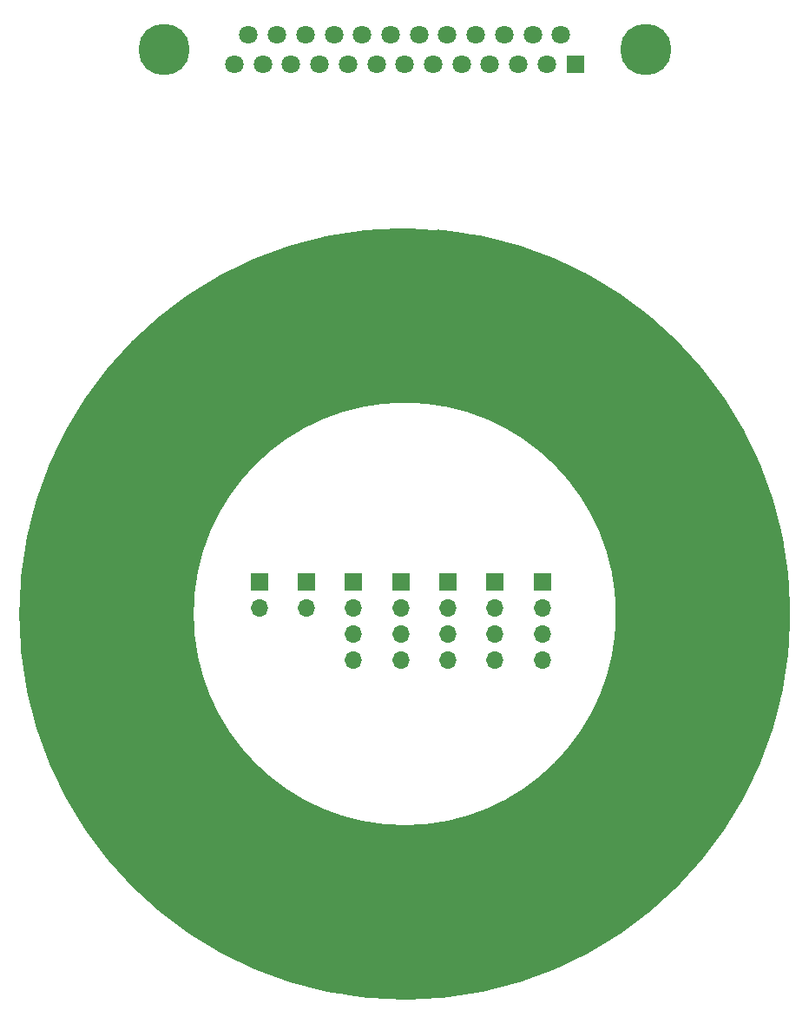
<source format=gbr>
%TF.GenerationSoftware,KiCad,Pcbnew,7.0.2*%
%TF.CreationDate,2023-11-03T12:40:05-06:00*%
%TF.ProjectId,KF40_DB25_Pinheader,4b463430-5f44-4423-9235-5f50696e6865,rev?*%
%TF.SameCoordinates,Original*%
%TF.FileFunction,Soldermask,Top*%
%TF.FilePolarity,Negative*%
%FSLAX46Y46*%
G04 Gerber Fmt 4.6, Leading zero omitted, Abs format (unit mm)*
G04 Created by KiCad (PCBNEW 7.0.2) date 2023-11-03 12:40:05*
%MOMM*%
%LPD*%
G01*
G04 APERTURE LIST*
%ADD10C,17.000000*%
%ADD11C,10.000000*%
%ADD12C,5.000000*%
%ADD13C,1.800000*%
%ADD14R,1.800000X1.800000*%
%ADD15O,1.700000X1.700000*%
%ADD16R,1.700000X1.700000*%
G04 APERTURE END LIST*
D10*
X29100000Y0D02*
G75*
G03*
X29100000Y0I-29100000J0D01*
G01*
D11*
%TO.C,H2*%
X26846788Y-15500000D03*
%TD*%
D12*
%TO.C,J1*%
X-23520000Y55000000D03*
X23520000Y55000000D03*
D13*
X-15235000Y56420000D03*
X-12465000Y56420000D03*
X-9695000Y56420000D03*
X-6925000Y56420000D03*
X-4155000Y56420000D03*
X-1385000Y56420000D03*
X1385000Y56420000D03*
X4155000Y56420000D03*
X6925000Y56420000D03*
X9695000Y56420000D03*
X12465000Y56420000D03*
X15235000Y56420000D03*
X-16620000Y53580000D03*
X-13850000Y53580000D03*
X-11080000Y53580000D03*
X-8310000Y53580000D03*
X-5540000Y53580000D03*
X-2770000Y53580000D03*
X0Y53580000D03*
X2770000Y53580000D03*
X5540000Y53580000D03*
X8310000Y53580000D03*
X11080000Y53580000D03*
X13850000Y53580000D03*
D14*
X16620000Y53580000D03*
%TD*%
D11*
%TO.C,H6*%
X-26846788Y15500000D03*
%TD*%
%TO.C,H4*%
X-26846788Y-15500000D03*
%TD*%
%TO.C,H1*%
X26846788Y15500000D03*
%TD*%
%TO.C,H5*%
X0Y31000000D03*
%TD*%
%TO.C,H3*%
X0Y-31000000D03*
%TD*%
D15*
%TO.C,J6*%
X-5000000Y-4480000D03*
X-5000000Y-1940000D03*
X-5000000Y600000D03*
D16*
X-5000000Y3140000D03*
%TD*%
D15*
%TO.C,J7*%
X-9600000Y600000D03*
D16*
X-9600000Y3140000D03*
%TD*%
D15*
%TO.C,J5*%
X-400000Y-4480000D03*
X-400000Y-1940000D03*
X-400000Y600000D03*
D16*
X-400000Y3140000D03*
%TD*%
D15*
%TO.C,J8*%
X-14200000Y600000D03*
D16*
X-14200000Y3140000D03*
%TD*%
D15*
%TO.C,J3*%
X8800000Y-4480000D03*
X8800000Y-1940000D03*
X8800000Y600000D03*
D16*
X8800000Y3140000D03*
%TD*%
D15*
%TO.C,J2*%
X13400000Y-4480000D03*
X13400000Y-1940000D03*
X13400000Y600000D03*
D16*
X13400000Y3140000D03*
%TD*%
D15*
%TO.C,J4*%
X4200000Y-4480000D03*
X4200000Y-1940000D03*
X4200000Y600000D03*
D16*
X4200000Y3140000D03*
%TD*%
M02*

</source>
